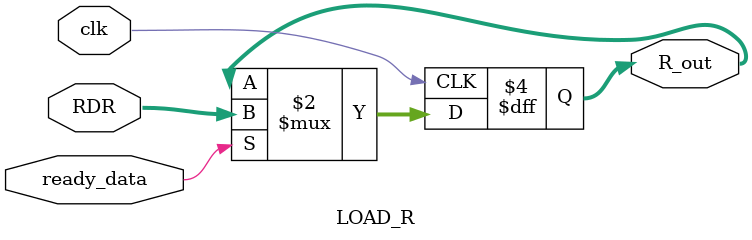
<source format=v>


 
module LOAD_R(clk,RDR, R_out,ready_data);
input	ready_data,clk;
input	[7:0]RDR;
output reg	[7:0]R_out;

always @(posedge clk)
begin
	if(ready_data)
	begin
	  
	  R_out<=RDR; 
	  
	
	end
end


endmodule
</source>
